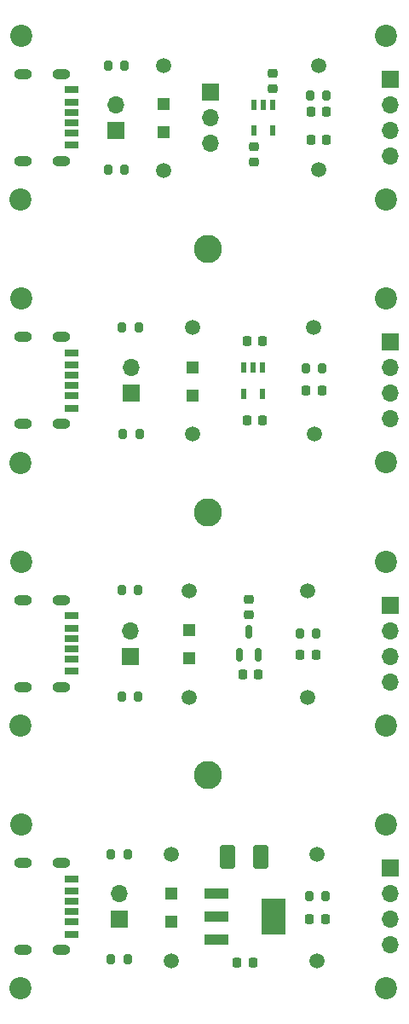
<source format=gts>
%TF.GenerationSoftware,KiCad,Pcbnew,8.0.2*%
%TF.CreationDate,2024-04-29T22:59:26+08:00*%
%TF.ProjectId,UINIO-Power-LDO,55494e49-4f2d-4506-9f77-65722d4c444f,Version 2.0.0*%
%TF.SameCoordinates,PX7c793c0PY34d0820*%
%TF.FileFunction,Soldermask,Top*%
%TF.FilePolarity,Negative*%
%FSLAX46Y46*%
G04 Gerber Fmt 4.6, Leading zero omitted, Abs format (unit mm)*
G04 Created by KiCad (PCBNEW 8.0.2) date 2024-04-29 22:59:26*
%MOMM*%
%LPD*%
G01*
G04 APERTURE LIST*
G04 Aperture macros list*
%AMRoundRect*
0 Rectangle with rounded corners*
0 $1 Rounding radius*
0 $2 $3 $4 $5 $6 $7 $8 $9 X,Y pos of 4 corners*
0 Add a 4 corners polygon primitive as box body*
4,1,4,$2,$3,$4,$5,$6,$7,$8,$9,$2,$3,0*
0 Add four circle primitives for the rounded corners*
1,1,$1+$1,$2,$3*
1,1,$1+$1,$4,$5*
1,1,$1+$1,$6,$7*
1,1,$1+$1,$8,$9*
0 Add four rect primitives between the rounded corners*
20,1,$1+$1,$2,$3,$4,$5,0*
20,1,$1+$1,$4,$5,$6,$7,0*
20,1,$1+$1,$6,$7,$8,$9,0*
20,1,$1+$1,$8,$9,$2,$3,0*%
G04 Aperture macros list end*
%ADD10RoundRect,0.225000X-0.250000X0.225000X-0.250000X-0.225000X0.250000X-0.225000X0.250000X0.225000X0*%
%ADD11C,2.200000*%
%ADD12R,2.366000X0.980000*%
%ADD13R,2.366000X3.600000*%
%ADD14RoundRect,0.225000X-0.225000X-0.250000X0.225000X-0.250000X0.225000X0.250000X-0.225000X0.250000X0*%
%ADD15O,1.800000X1.000000*%
%ADD16R,1.400000X0.700000*%
%ADD17R,1.400000X0.800000*%
%ADD18C,1.500000*%
%ADD19RoundRect,0.225000X0.225000X0.250000X-0.225000X0.250000X-0.225000X-0.250000X0.225000X-0.250000X0*%
%ADD20R,0.600000X1.000000*%
%ADD21R,1.700000X1.700000*%
%ADD22O,1.700000X1.700000*%
%ADD23RoundRect,0.200000X-0.200000X-0.275000X0.200000X-0.275000X0.200000X0.275000X-0.200000X0.275000X0*%
%ADD24RoundRect,0.200000X0.200000X0.275000X-0.200000X0.275000X-0.200000X-0.275000X0.200000X-0.275000X0*%
%ADD25RoundRect,0.218750X-0.218750X-0.256250X0.218750X-0.256250X0.218750X0.256250X-0.218750X0.256250X0*%
%ADD26C,2.800000*%
%ADD27RoundRect,0.250001X0.499999X0.924999X-0.499999X0.924999X-0.499999X-0.924999X0.499999X-0.924999X0*%
%ADD28R,1.200000X1.200000*%
%ADD29RoundRect,0.150000X0.150000X-0.512500X0.150000X0.512500X-0.150000X0.512500X-0.150000X-0.512500X0*%
%ADD30RoundRect,0.225000X0.250000X-0.225000X0.250000X0.225000X-0.250000X0.225000X-0.250000X-0.225000X0*%
G04 APERTURE END LIST*
D10*
%TO.C,C5*%
X21070000Y-5580000D03*
X21070000Y-7130000D03*
%TD*%
D11*
%TO.C,HOLE\u002A\u002A*%
X-3960000Y-1856667D03*
%TD*%
D12*
%TO.C,U4*%
X15445000Y-87016667D03*
X15445000Y-89316667D03*
X15445000Y-91616667D03*
D13*
X21171000Y-89316667D03*
%TD*%
D14*
%TO.C,C1*%
X18480000Y-32156667D03*
X20030000Y-32156667D03*
%TD*%
D11*
%TO.C,HOLE\u002A\u002A*%
X32320000Y-54083333D03*
%TD*%
%TO.C,HOLE\u002A\u002A*%
X-3970000Y-44260000D03*
%TD*%
D15*
%TO.C,USB3*%
X90000Y-5676667D03*
X90000Y-14316667D03*
X-3710000Y-5676667D03*
X-3710000Y-14316667D03*
D16*
X1090000Y-9496667D03*
X1090000Y-11516667D03*
D17*
X1090000Y-12746667D03*
D16*
X1090000Y-10496667D03*
X1090000Y-8476667D03*
D17*
X1090000Y-7246667D03*
%TD*%
D18*
%TO.C,TP16*%
X24550000Y-57004999D03*
%TD*%
D19*
%TO.C,C4*%
X19620000Y-65330000D03*
X18070000Y-65330000D03*
%TD*%
D20*
%TO.C,U1*%
X20044800Y-34810000D03*
X19094800Y-34810000D03*
X18144800Y-34810000D03*
X18144800Y-37410000D03*
X20044800Y-37410000D03*
%TD*%
D11*
%TO.C,HOLE\u002A\u002A*%
X32320000Y-27970000D03*
%TD*%
D18*
%TO.C,TP15*%
X25495000Y-83131667D03*
%TD*%
D21*
%TO.C,J7*%
X32770000Y-32310000D03*
D22*
X32770000Y-34850000D03*
X32770000Y-37390000D03*
X32770000Y-39930000D03*
%TD*%
D11*
%TO.C,HOLE\u002A\u002A*%
X32320000Y-80196667D03*
%TD*%
D23*
%TO.C,R4*%
X6057000Y-67496667D03*
X7707000Y-67496667D03*
%TD*%
D21*
%TO.C,J3*%
X5516750Y-11271667D03*
D22*
X5516750Y-8731667D03*
%TD*%
D21*
%TO.C,J9*%
X32770000Y-58423333D03*
D22*
X32770000Y-60963333D03*
X32770000Y-63503333D03*
X32770000Y-66043333D03*
%TD*%
D11*
%TO.C,HOLE\u002A\u002A*%
X-3960000Y-27970000D03*
%TD*%
D14*
%TO.C,C3*%
X18480000Y-40086667D03*
X20030000Y-40086667D03*
%TD*%
%TO.C,C8*%
X17533000Y-93889667D03*
X19083000Y-93889667D03*
%TD*%
D23*
%TO.C,R9*%
X5005000Y-93596667D03*
X6655000Y-93596667D03*
%TD*%
D18*
%TO.C,TP5*%
X25237400Y-41416667D03*
%TD*%
D24*
%TO.C,R7*%
X25990000Y-34906667D03*
X24340000Y-34906667D03*
%TD*%
D23*
%TO.C,R5*%
X4691750Y-4816667D03*
X6341750Y-4816667D03*
%TD*%
D18*
%TO.C,TP12*%
X25495000Y-93721667D03*
%TD*%
D11*
%TO.C,HOLE\u002A\u002A*%
X32320000Y-70363333D03*
%TD*%
D19*
%TO.C,C7*%
X26375000Y-12176667D03*
X24825000Y-12176667D03*
%TD*%
D15*
%TO.C,USB4*%
X90000Y-84016667D03*
X90000Y-92656667D03*
X-3710000Y-84016667D03*
X-3710000Y-92656667D03*
D16*
X1090000Y-87836667D03*
X1090000Y-89856667D03*
D17*
X1090000Y-91086667D03*
D16*
X1090000Y-88836667D03*
X1090000Y-86816667D03*
D17*
X1090000Y-85586667D03*
%TD*%
D25*
%TO.C,D5*%
X24832500Y-9396667D03*
X26407500Y-9396667D03*
%TD*%
D26*
%TO.C,HOLE\u002A\u002A*%
X14640000Y-75280000D03*
%TD*%
D27*
%TO.C,C9*%
X19830000Y-83419667D03*
X16580000Y-83419667D03*
%TD*%
D21*
%TO.C,J1*%
X6997600Y-37385000D03*
D22*
X6997600Y-34845000D03*
%TD*%
D11*
%TO.C,HOLE\u002A\u002A*%
X32320000Y-44250000D03*
%TD*%
D21*
%TO.C,J5*%
X32770000Y-6176667D03*
D22*
X32770000Y-8716667D03*
X32770000Y-11256667D03*
X32770000Y-13796667D03*
%TD*%
D25*
%TO.C,D8*%
X24727500Y-89596667D03*
X26302500Y-89596667D03*
%TD*%
D11*
%TO.C,HOLE\u002A\u002A*%
X32320000Y-1856667D03*
%TD*%
D28*
%TO.C,D1*%
X13120200Y-34787500D03*
X13120200Y-37587500D03*
%TD*%
D18*
%TO.C,TP11*%
X10958500Y-83131667D03*
%TD*%
D11*
%TO.C,HOLE\u002A\u002A*%
X-3970000Y-70373333D03*
%TD*%
%TO.C,HOLE\u002A\u002A*%
X-3970000Y-96486667D03*
%TD*%
D23*
%TO.C,R12*%
X24670000Y-87276667D03*
X26320000Y-87276667D03*
%TD*%
D11*
%TO.C,HOLE\u002A\u002A*%
X32320000Y-18136667D03*
%TD*%
D18*
%TO.C,TP9*%
X10958500Y-93721667D03*
%TD*%
D23*
%TO.C,R6*%
X4691750Y-15176667D03*
X6341750Y-15176667D03*
%TD*%
D24*
%TO.C,R10*%
X26425000Y-7836667D03*
X24775000Y-7836667D03*
%TD*%
D25*
%TO.C,D7*%
X23782500Y-63326667D03*
X25357500Y-63326667D03*
%TD*%
D18*
%TO.C,TP1*%
X13120200Y-41438333D03*
%TD*%
%TO.C,TP3*%
X12739750Y-67604999D03*
%TD*%
%TO.C,TP8*%
X10200000Y-4871667D03*
%TD*%
D28*
%TO.C,D4*%
X10200000Y-8674167D03*
X10200000Y-11474167D03*
%TD*%
D29*
%TO.C,U2*%
X17722500Y-63360833D03*
X19622500Y-63360833D03*
X18672500Y-61085833D03*
%TD*%
D28*
%TO.C,D2*%
X12739750Y-60900833D03*
X12739750Y-63700833D03*
%TD*%
D21*
%TO.C,J2*%
X6882000Y-63498333D03*
D22*
X6882000Y-60958333D03*
%TD*%
D23*
%TO.C,R3*%
X6057000Y-56896667D03*
X7707000Y-56896667D03*
%TD*%
%TO.C,R2*%
X6170000Y-41416667D03*
X7820000Y-41416667D03*
%TD*%
D21*
%TO.C,J4*%
X14883250Y-7471667D03*
D22*
X14883250Y-10011667D03*
X14883250Y-12551667D03*
%TD*%
D18*
%TO.C,TP7*%
X24550000Y-67604999D03*
%TD*%
D28*
%TO.C,D6*%
X10958500Y-87014167D03*
X10958500Y-89814167D03*
%TD*%
D26*
%TO.C,HOLE\u002A\u002A*%
X14640000Y-49166666D03*
%TD*%
D18*
%TO.C,TP4*%
X12739750Y-57004999D03*
%TD*%
D30*
%TO.C,C6*%
X19170000Y-14405000D03*
X19170000Y-12855000D03*
%TD*%
D20*
%TO.C,U3*%
X21068500Y-8696667D03*
X20118500Y-8696667D03*
X19168500Y-8696667D03*
X19168500Y-11296667D03*
X21068500Y-11296667D03*
%TD*%
D11*
%TO.C,HOLE\u002A\u002A*%
X-3960000Y-80196667D03*
%TD*%
D21*
%TO.C,J8*%
X32770000Y-84536667D03*
D22*
X32770000Y-87076667D03*
X32770000Y-89616667D03*
X32770000Y-92156667D03*
%TD*%
D24*
%TO.C,R8*%
X6655000Y-83131667D03*
X5005000Y-83131667D03*
%TD*%
D21*
%TO.C,J6*%
X5830000Y-89611667D03*
D22*
X5830000Y-87071667D03*
%TD*%
D18*
%TO.C,TP13*%
X25600000Y-4816667D03*
%TD*%
D30*
%TO.C,C2*%
X18670000Y-59370000D03*
X18670000Y-57820000D03*
%TD*%
D18*
%TO.C,TP6*%
X10200000Y-15231667D03*
%TD*%
D11*
%TO.C,HOLE\u002A\u002A*%
X-3960000Y-54083333D03*
%TD*%
D23*
%TO.C,R1*%
X6085000Y-30836667D03*
X7735000Y-30836667D03*
%TD*%
D18*
%TO.C,TP14*%
X25152400Y-30836667D03*
%TD*%
D11*
%TO.C,HOLE\u002A\u002A*%
X-3970000Y-18146667D03*
%TD*%
D26*
%TO.C,HOLE\u002A\u002A*%
X14640000Y-23053333D03*
%TD*%
D15*
%TO.C,USB2*%
X90000Y-57903333D03*
X90000Y-66543333D03*
X-3710000Y-57903333D03*
X-3710000Y-66543333D03*
D16*
X1090000Y-61723333D03*
X1090000Y-63743333D03*
D17*
X1090000Y-64973333D03*
D16*
X1090000Y-62723333D03*
X1090000Y-60703333D03*
D17*
X1090000Y-59473333D03*
%TD*%
D11*
%TO.C,HOLE\u002A\u002A*%
X32320000Y-96476667D03*
%TD*%
D18*
%TO.C,TP2*%
X13120200Y-30858333D03*
%TD*%
D24*
%TO.C,R11*%
X25375000Y-61256667D03*
X23725000Y-61256667D03*
%TD*%
D18*
%TO.C,TP10*%
X25600000Y-15176667D03*
%TD*%
D25*
%TO.C,D3*%
X24397500Y-37136667D03*
X25972500Y-37136667D03*
%TD*%
D15*
%TO.C,USB1*%
X90000Y-31790000D03*
X90000Y-40430000D03*
X-3710000Y-31790000D03*
X-3710000Y-40430000D03*
D16*
X1090000Y-35610000D03*
X1090000Y-37630000D03*
D17*
X1090000Y-38860000D03*
D16*
X1090000Y-36610000D03*
X1090000Y-34590000D03*
D17*
X1090000Y-33360000D03*
%TD*%
M02*

</source>
